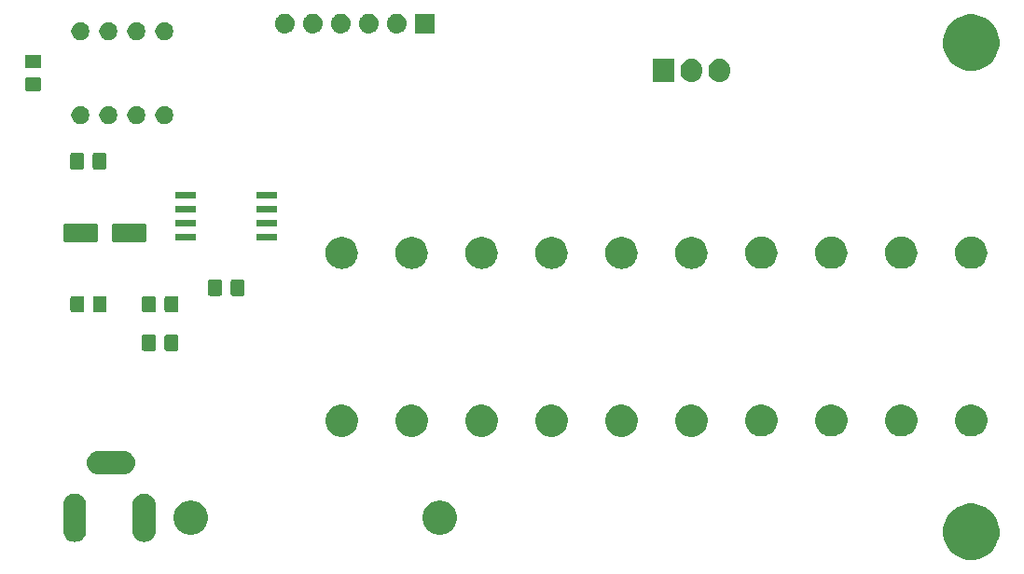
<source format=gts>
G04 #@! TF.GenerationSoftware,KiCad,Pcbnew,(5.0.2)-1*
G04 #@! TF.CreationDate,2019-02-19T19:48:52+01:00*
G04 #@! TF.ProjectId,rload,726c6f61-642e-46b6-9963-61645f706362,rev?*
G04 #@! TF.SameCoordinates,Original*
G04 #@! TF.FileFunction,Soldermask,Top*
G04 #@! TF.FilePolarity,Negative*
%FSLAX46Y46*%
G04 Gerber Fmt 4.6, Leading zero omitted, Abs format (unit mm)*
G04 Created by KiCad (PCBNEW (5.0.2)-1) date 19.02.2019 19:48:52*
%MOMM*%
%LPD*%
G01*
G04 APERTURE LIST*
%ADD10C,0.100000*%
G04 APERTURE END LIST*
D10*
G36*
X200134096Y-119467033D02*
X200134098Y-119467034D01*
X200134099Y-119467034D01*
X200598352Y-119659333D01*
X200981472Y-119915326D01*
X201016171Y-119938511D01*
X201371489Y-120293829D01*
X201371491Y-120293832D01*
X201650667Y-120711648D01*
X201812525Y-121102410D01*
X201842967Y-121175904D01*
X201941000Y-121668747D01*
X201941000Y-122171253D01*
X201866306Y-122546765D01*
X201842966Y-122664099D01*
X201650667Y-123128352D01*
X201372750Y-123544284D01*
X201371489Y-123546171D01*
X201016171Y-123901489D01*
X201016168Y-123901491D01*
X200598352Y-124180667D01*
X200134099Y-124372966D01*
X200134098Y-124372966D01*
X200134096Y-124372967D01*
X199641253Y-124471000D01*
X199138747Y-124471000D01*
X198645904Y-124372967D01*
X198645902Y-124372966D01*
X198645901Y-124372966D01*
X198181648Y-124180667D01*
X197763832Y-123901491D01*
X197763829Y-123901489D01*
X197408511Y-123546171D01*
X197407250Y-123544284D01*
X197129333Y-123128352D01*
X196937034Y-122664099D01*
X196913695Y-122546765D01*
X196839000Y-122171253D01*
X196839000Y-121668747D01*
X196937033Y-121175904D01*
X196967475Y-121102410D01*
X197129333Y-120711648D01*
X197408509Y-120293832D01*
X197408511Y-120293829D01*
X197763829Y-119938511D01*
X197798528Y-119915326D01*
X198181648Y-119659333D01*
X198645901Y-119467034D01*
X198645902Y-119467034D01*
X198645904Y-119467033D01*
X199138747Y-119369000D01*
X199641253Y-119369000D01*
X200134096Y-119467033D01*
X200134096Y-119467033D01*
G37*
G36*
X118196032Y-118464207D02*
X118394146Y-118524305D01*
X118576729Y-118621897D01*
X118736765Y-118753235D01*
X118868103Y-118913271D01*
X118965695Y-119095854D01*
X119025793Y-119293968D01*
X119041000Y-119448370D01*
X119041000Y-121851630D01*
X119025793Y-122006032D01*
X118965695Y-122204146D01*
X118868103Y-122386729D01*
X118868101Y-122386731D01*
X118736768Y-122546762D01*
X118736766Y-122546763D01*
X118736765Y-122546765D01*
X118576729Y-122678103D01*
X118394145Y-122775695D01*
X118196031Y-122835793D01*
X117990000Y-122856085D01*
X117783968Y-122835793D01*
X117585854Y-122775695D01*
X117403271Y-122678103D01*
X117339257Y-122625568D01*
X117243238Y-122546768D01*
X117243237Y-122546766D01*
X117243235Y-122546765D01*
X117111897Y-122386729D01*
X117014305Y-122204145D01*
X116954207Y-122006031D01*
X116939000Y-121851629D01*
X116939001Y-119448370D01*
X116954208Y-119293968D01*
X117014306Y-119095854D01*
X117111898Y-118913271D01*
X117243236Y-118753235D01*
X117403272Y-118621897D01*
X117585855Y-118524305D01*
X117783969Y-118464207D01*
X117990000Y-118443915D01*
X118196032Y-118464207D01*
X118196032Y-118464207D01*
G37*
G36*
X124496031Y-118464207D02*
X124694145Y-118524305D01*
X124876729Y-118621897D01*
X125036765Y-118753235D01*
X125036766Y-118753237D01*
X125036768Y-118753238D01*
X125115568Y-118849257D01*
X125168103Y-118913271D01*
X125265695Y-119095854D01*
X125325793Y-119293968D01*
X125341000Y-119448370D01*
X125341000Y-121851630D01*
X125325793Y-122006032D01*
X125265695Y-122204146D01*
X125168103Y-122386729D01*
X125036765Y-122546765D01*
X124876729Y-122678103D01*
X124694146Y-122775695D01*
X124496032Y-122835793D01*
X124290000Y-122856085D01*
X124083969Y-122835793D01*
X123885855Y-122775695D01*
X123703272Y-122678103D01*
X123543236Y-122546765D01*
X123411898Y-122386729D01*
X123314306Y-122204146D01*
X123254208Y-122006032D01*
X123239001Y-121851630D01*
X123239000Y-119448371D01*
X123254207Y-119293969D01*
X123314305Y-119095855D01*
X123411897Y-118913271D01*
X123543235Y-118753235D01*
X123543237Y-118753234D01*
X123543238Y-118753232D01*
X123703269Y-118621899D01*
X123703271Y-118621897D01*
X123885854Y-118524305D01*
X124083968Y-118464207D01*
X124290000Y-118443915D01*
X124496031Y-118464207D01*
X124496031Y-118464207D01*
G37*
G36*
X128882527Y-119138736D02*
X128982410Y-119158604D01*
X129264674Y-119275521D01*
X129518705Y-119445259D01*
X129734741Y-119661295D01*
X129904479Y-119915326D01*
X130021396Y-120197590D01*
X130081000Y-120497240D01*
X130081000Y-120802760D01*
X130021396Y-121102410D01*
X129904479Y-121384674D01*
X129734741Y-121638705D01*
X129518705Y-121854741D01*
X129264674Y-122024479D01*
X128982410Y-122141396D01*
X128882527Y-122161264D01*
X128682762Y-122201000D01*
X128377238Y-122201000D01*
X128177473Y-122161264D01*
X128077590Y-122141396D01*
X127795326Y-122024479D01*
X127541295Y-121854741D01*
X127325259Y-121638705D01*
X127155521Y-121384674D01*
X127038604Y-121102410D01*
X126979000Y-120802760D01*
X126979000Y-120497240D01*
X127038604Y-120197590D01*
X127155521Y-119915326D01*
X127325259Y-119661295D01*
X127541295Y-119445259D01*
X127795326Y-119275521D01*
X128077590Y-119158604D01*
X128177473Y-119138736D01*
X128377238Y-119099000D01*
X128682762Y-119099000D01*
X128882527Y-119138736D01*
X128882527Y-119138736D01*
G37*
G36*
X151482527Y-119138736D02*
X151582410Y-119158604D01*
X151864674Y-119275521D01*
X152118705Y-119445259D01*
X152334741Y-119661295D01*
X152504479Y-119915326D01*
X152621396Y-120197590D01*
X152681000Y-120497240D01*
X152681000Y-120802760D01*
X152621396Y-121102410D01*
X152504479Y-121384674D01*
X152334741Y-121638705D01*
X152118705Y-121854741D01*
X151864674Y-122024479D01*
X151582410Y-122141396D01*
X151482527Y-122161264D01*
X151282762Y-122201000D01*
X150977238Y-122201000D01*
X150777473Y-122161264D01*
X150677590Y-122141396D01*
X150395326Y-122024479D01*
X150141295Y-121854741D01*
X149925259Y-121638705D01*
X149755521Y-121384674D01*
X149638604Y-121102410D01*
X149579000Y-120802760D01*
X149579000Y-120497240D01*
X149638604Y-120197590D01*
X149755521Y-119915326D01*
X149925259Y-119661295D01*
X150141295Y-119445259D01*
X150395326Y-119275521D01*
X150677590Y-119158604D01*
X150777473Y-119138736D01*
X150977238Y-119099000D01*
X151282762Y-119099000D01*
X151482527Y-119138736D01*
X151482527Y-119138736D01*
G37*
G36*
X122522510Y-114602041D02*
X122646032Y-114614207D01*
X122844146Y-114674305D01*
X123026729Y-114771897D01*
X123186765Y-114903235D01*
X123318103Y-115063271D01*
X123415695Y-115245854D01*
X123475793Y-115443968D01*
X123496085Y-115650000D01*
X123475793Y-115856032D01*
X123415695Y-116054146D01*
X123318103Y-116236729D01*
X123186765Y-116396765D01*
X123026729Y-116528103D01*
X122844146Y-116625695D01*
X122646032Y-116685793D01*
X122522510Y-116697959D01*
X122491631Y-116701000D01*
X120088369Y-116701000D01*
X120057490Y-116697959D01*
X119933968Y-116685793D01*
X119735854Y-116625695D01*
X119553271Y-116528103D01*
X119393235Y-116396765D01*
X119261897Y-116236729D01*
X119164305Y-116054146D01*
X119104207Y-115856032D01*
X119083915Y-115650000D01*
X119104207Y-115443968D01*
X119164305Y-115245854D01*
X119261897Y-115063271D01*
X119393235Y-114903235D01*
X119553271Y-114771897D01*
X119735854Y-114674305D01*
X119933968Y-114614207D01*
X120057490Y-114602041D01*
X120088369Y-114599000D01*
X122491631Y-114599000D01*
X122522510Y-114602041D01*
X122522510Y-114602041D01*
G37*
G36*
X168056410Y-110436446D02*
X168056412Y-110436447D01*
X168056413Y-110436447D01*
X168320478Y-110545826D01*
X168320479Y-110545827D01*
X168558134Y-110704623D01*
X168760235Y-110906724D01*
X168760237Y-110906727D01*
X168919032Y-111144380D01*
X169022612Y-111394445D01*
X169028412Y-111408448D01*
X169084172Y-111688774D01*
X169084172Y-111974598D01*
X169031197Y-112240924D01*
X169028411Y-112254927D01*
X168919032Y-112518992D01*
X168919031Y-112518993D01*
X168760235Y-112756648D01*
X168558134Y-112958749D01*
X168558131Y-112958751D01*
X168320478Y-113117546D01*
X168056413Y-113226925D01*
X168056412Y-113226925D01*
X168056410Y-113226926D01*
X167776084Y-113282686D01*
X167490260Y-113282686D01*
X167209934Y-113226926D01*
X167209932Y-113226925D01*
X167209931Y-113226925D01*
X166945866Y-113117546D01*
X166708213Y-112958751D01*
X166708210Y-112958749D01*
X166506109Y-112756648D01*
X166347313Y-112518993D01*
X166347312Y-112518992D01*
X166237933Y-112254927D01*
X166235148Y-112240924D01*
X166182172Y-111974598D01*
X166182172Y-111688774D01*
X166237932Y-111408448D01*
X166243732Y-111394445D01*
X166347312Y-111144380D01*
X166506107Y-110906727D01*
X166506109Y-110906724D01*
X166708210Y-110704623D01*
X166945865Y-110545827D01*
X166945866Y-110545826D01*
X167209931Y-110436447D01*
X167209932Y-110436447D01*
X167209934Y-110436446D01*
X167490260Y-110380686D01*
X167776084Y-110380686D01*
X168056410Y-110436446D01*
X168056410Y-110436446D01*
G37*
G36*
X174406410Y-110436446D02*
X174406412Y-110436447D01*
X174406413Y-110436447D01*
X174670478Y-110545826D01*
X174670479Y-110545827D01*
X174908134Y-110704623D01*
X175110235Y-110906724D01*
X175110237Y-110906727D01*
X175269032Y-111144380D01*
X175372612Y-111394445D01*
X175378412Y-111408448D01*
X175434172Y-111688774D01*
X175434172Y-111974598D01*
X175381197Y-112240924D01*
X175378411Y-112254927D01*
X175269032Y-112518992D01*
X175269031Y-112518993D01*
X175110235Y-112756648D01*
X174908134Y-112958749D01*
X174908131Y-112958751D01*
X174670478Y-113117546D01*
X174406413Y-113226925D01*
X174406412Y-113226925D01*
X174406410Y-113226926D01*
X174126084Y-113282686D01*
X173840260Y-113282686D01*
X173559934Y-113226926D01*
X173559932Y-113226925D01*
X173559931Y-113226925D01*
X173295866Y-113117546D01*
X173058213Y-112958751D01*
X173058210Y-112958749D01*
X172856109Y-112756648D01*
X172697313Y-112518993D01*
X172697312Y-112518992D01*
X172587933Y-112254927D01*
X172585148Y-112240924D01*
X172532172Y-111974598D01*
X172532172Y-111688774D01*
X172587932Y-111408448D01*
X172593732Y-111394445D01*
X172697312Y-111144380D01*
X172856107Y-110906727D01*
X172856109Y-110906724D01*
X173058210Y-110704623D01*
X173295865Y-110545827D01*
X173295866Y-110545826D01*
X173559931Y-110436447D01*
X173559932Y-110436447D01*
X173559934Y-110436446D01*
X173840260Y-110380686D01*
X174126084Y-110380686D01*
X174406410Y-110436446D01*
X174406410Y-110436446D01*
G37*
G36*
X161706410Y-110436446D02*
X161706412Y-110436447D01*
X161706413Y-110436447D01*
X161970478Y-110545826D01*
X161970479Y-110545827D01*
X162208134Y-110704623D01*
X162410235Y-110906724D01*
X162410237Y-110906727D01*
X162569032Y-111144380D01*
X162672612Y-111394445D01*
X162678412Y-111408448D01*
X162734172Y-111688774D01*
X162734172Y-111974598D01*
X162681197Y-112240924D01*
X162678411Y-112254927D01*
X162569032Y-112518992D01*
X162569031Y-112518993D01*
X162410235Y-112756648D01*
X162208134Y-112958749D01*
X162208131Y-112958751D01*
X161970478Y-113117546D01*
X161706413Y-113226925D01*
X161706412Y-113226925D01*
X161706410Y-113226926D01*
X161426084Y-113282686D01*
X161140260Y-113282686D01*
X160859934Y-113226926D01*
X160859932Y-113226925D01*
X160859931Y-113226925D01*
X160595866Y-113117546D01*
X160358213Y-112958751D01*
X160358210Y-112958749D01*
X160156109Y-112756648D01*
X159997313Y-112518993D01*
X159997312Y-112518992D01*
X159887933Y-112254927D01*
X159885148Y-112240924D01*
X159832172Y-111974598D01*
X159832172Y-111688774D01*
X159887932Y-111408448D01*
X159893732Y-111394445D01*
X159997312Y-111144380D01*
X160156107Y-110906727D01*
X160156109Y-110906724D01*
X160358210Y-110704623D01*
X160595865Y-110545827D01*
X160595866Y-110545826D01*
X160859931Y-110436447D01*
X160859932Y-110436447D01*
X160859934Y-110436446D01*
X161140260Y-110380686D01*
X161426084Y-110380686D01*
X161706410Y-110436446D01*
X161706410Y-110436446D01*
G37*
G36*
X155356410Y-110436446D02*
X155356412Y-110436447D01*
X155356413Y-110436447D01*
X155620478Y-110545826D01*
X155620479Y-110545827D01*
X155858134Y-110704623D01*
X156060235Y-110906724D01*
X156060237Y-110906727D01*
X156219032Y-111144380D01*
X156322612Y-111394445D01*
X156328412Y-111408448D01*
X156384172Y-111688774D01*
X156384172Y-111974598D01*
X156331197Y-112240924D01*
X156328411Y-112254927D01*
X156219032Y-112518992D01*
X156219031Y-112518993D01*
X156060235Y-112756648D01*
X155858134Y-112958749D01*
X155858131Y-112958751D01*
X155620478Y-113117546D01*
X155356413Y-113226925D01*
X155356412Y-113226925D01*
X155356410Y-113226926D01*
X155076084Y-113282686D01*
X154790260Y-113282686D01*
X154509934Y-113226926D01*
X154509932Y-113226925D01*
X154509931Y-113226925D01*
X154245866Y-113117546D01*
X154008213Y-112958751D01*
X154008210Y-112958749D01*
X153806109Y-112756648D01*
X153647313Y-112518993D01*
X153647312Y-112518992D01*
X153537933Y-112254927D01*
X153535148Y-112240924D01*
X153482172Y-111974598D01*
X153482172Y-111688774D01*
X153537932Y-111408448D01*
X153543732Y-111394445D01*
X153647312Y-111144380D01*
X153806107Y-110906727D01*
X153806109Y-110906724D01*
X154008210Y-110704623D01*
X154245865Y-110545827D01*
X154245866Y-110545826D01*
X154509931Y-110436447D01*
X154509932Y-110436447D01*
X154509934Y-110436446D01*
X154790260Y-110380686D01*
X155076084Y-110380686D01*
X155356410Y-110436446D01*
X155356410Y-110436446D01*
G37*
G36*
X149006410Y-110436446D02*
X149006412Y-110436447D01*
X149006413Y-110436447D01*
X149270478Y-110545826D01*
X149270479Y-110545827D01*
X149508134Y-110704623D01*
X149710235Y-110906724D01*
X149710237Y-110906727D01*
X149869032Y-111144380D01*
X149972612Y-111394445D01*
X149978412Y-111408448D01*
X150034172Y-111688774D01*
X150034172Y-111974598D01*
X149981197Y-112240924D01*
X149978411Y-112254927D01*
X149869032Y-112518992D01*
X149869031Y-112518993D01*
X149710235Y-112756648D01*
X149508134Y-112958749D01*
X149508131Y-112958751D01*
X149270478Y-113117546D01*
X149006413Y-113226925D01*
X149006412Y-113226925D01*
X149006410Y-113226926D01*
X148726084Y-113282686D01*
X148440260Y-113282686D01*
X148159934Y-113226926D01*
X148159932Y-113226925D01*
X148159931Y-113226925D01*
X147895866Y-113117546D01*
X147658213Y-112958751D01*
X147658210Y-112958749D01*
X147456109Y-112756648D01*
X147297313Y-112518993D01*
X147297312Y-112518992D01*
X147187933Y-112254927D01*
X147185148Y-112240924D01*
X147132172Y-111974598D01*
X147132172Y-111688774D01*
X147187932Y-111408448D01*
X147193732Y-111394445D01*
X147297312Y-111144380D01*
X147456107Y-110906727D01*
X147456109Y-110906724D01*
X147658210Y-110704623D01*
X147895865Y-110545827D01*
X147895866Y-110545826D01*
X148159931Y-110436447D01*
X148159932Y-110436447D01*
X148159934Y-110436446D01*
X148440260Y-110380686D01*
X148726084Y-110380686D01*
X149006410Y-110436446D01*
X149006410Y-110436446D01*
G37*
G36*
X142656410Y-110436446D02*
X142656412Y-110436447D01*
X142656413Y-110436447D01*
X142920478Y-110545826D01*
X142920479Y-110545827D01*
X143158134Y-110704623D01*
X143360235Y-110906724D01*
X143360237Y-110906727D01*
X143519032Y-111144380D01*
X143622612Y-111394445D01*
X143628412Y-111408448D01*
X143684172Y-111688774D01*
X143684172Y-111974598D01*
X143631197Y-112240924D01*
X143628411Y-112254927D01*
X143519032Y-112518992D01*
X143519031Y-112518993D01*
X143360235Y-112756648D01*
X143158134Y-112958749D01*
X143158131Y-112958751D01*
X142920478Y-113117546D01*
X142656413Y-113226925D01*
X142656412Y-113226925D01*
X142656410Y-113226926D01*
X142376084Y-113282686D01*
X142090260Y-113282686D01*
X141809934Y-113226926D01*
X141809932Y-113226925D01*
X141809931Y-113226925D01*
X141545866Y-113117546D01*
X141308213Y-112958751D01*
X141308210Y-112958749D01*
X141106109Y-112756648D01*
X140947313Y-112518993D01*
X140947312Y-112518992D01*
X140837933Y-112254927D01*
X140835148Y-112240924D01*
X140782172Y-111974598D01*
X140782172Y-111688774D01*
X140837932Y-111408448D01*
X140843732Y-111394445D01*
X140947312Y-111144380D01*
X141106107Y-110906727D01*
X141106109Y-110906724D01*
X141308210Y-110704623D01*
X141545865Y-110545827D01*
X141545866Y-110545826D01*
X141809931Y-110436447D01*
X141809932Y-110436447D01*
X141809934Y-110436446D01*
X142090260Y-110380686D01*
X142376084Y-110380686D01*
X142656410Y-110436446D01*
X142656410Y-110436446D01*
G37*
G36*
X180756410Y-110422446D02*
X180756412Y-110422447D01*
X180756413Y-110422447D01*
X181020478Y-110531826D01*
X181254926Y-110688480D01*
X181258134Y-110690623D01*
X181460235Y-110892724D01*
X181460237Y-110892727D01*
X181619032Y-111130380D01*
X181728411Y-111394445D01*
X181728412Y-111394448D01*
X181784172Y-111674774D01*
X181784172Y-111960597D01*
X181728411Y-112240927D01*
X181619032Y-112504992D01*
X181462378Y-112739440D01*
X181460235Y-112742648D01*
X181258134Y-112944749D01*
X181258131Y-112944751D01*
X181020478Y-113103546D01*
X180756413Y-113212925D01*
X180756412Y-113212925D01*
X180756410Y-113212926D01*
X180476084Y-113268686D01*
X180190260Y-113268686D01*
X179909934Y-113212926D01*
X179909932Y-113212925D01*
X179909931Y-113212925D01*
X179645866Y-113103546D01*
X179408213Y-112944751D01*
X179408210Y-112944749D01*
X179206109Y-112742648D01*
X179203966Y-112739440D01*
X179047312Y-112504992D01*
X178937933Y-112240927D01*
X178882172Y-111960597D01*
X178882172Y-111674774D01*
X178937932Y-111394448D01*
X178937933Y-111394445D01*
X179047312Y-111130380D01*
X179206107Y-110892727D01*
X179206109Y-110892724D01*
X179408210Y-110690623D01*
X179411418Y-110688480D01*
X179645866Y-110531826D01*
X179909931Y-110422447D01*
X179909932Y-110422447D01*
X179909934Y-110422446D01*
X180190260Y-110366686D01*
X180476084Y-110366686D01*
X180756410Y-110422446D01*
X180756410Y-110422446D01*
G37*
G36*
X187106410Y-110422446D02*
X187106412Y-110422447D01*
X187106413Y-110422447D01*
X187370478Y-110531826D01*
X187604926Y-110688480D01*
X187608134Y-110690623D01*
X187810235Y-110892724D01*
X187810237Y-110892727D01*
X187969032Y-111130380D01*
X188078411Y-111394445D01*
X188078412Y-111394448D01*
X188134172Y-111674774D01*
X188134172Y-111960597D01*
X188078411Y-112240927D01*
X187969032Y-112504992D01*
X187812378Y-112739440D01*
X187810235Y-112742648D01*
X187608134Y-112944749D01*
X187608131Y-112944751D01*
X187370478Y-113103546D01*
X187106413Y-113212925D01*
X187106412Y-113212925D01*
X187106410Y-113212926D01*
X186826084Y-113268686D01*
X186540260Y-113268686D01*
X186259934Y-113212926D01*
X186259932Y-113212925D01*
X186259931Y-113212925D01*
X185995866Y-113103546D01*
X185758213Y-112944751D01*
X185758210Y-112944749D01*
X185556109Y-112742648D01*
X185553966Y-112739440D01*
X185397312Y-112504992D01*
X185287933Y-112240927D01*
X185232172Y-111960597D01*
X185232172Y-111674774D01*
X185287932Y-111394448D01*
X185287933Y-111394445D01*
X185397312Y-111130380D01*
X185556107Y-110892727D01*
X185556109Y-110892724D01*
X185758210Y-110690623D01*
X185761418Y-110688480D01*
X185995866Y-110531826D01*
X186259931Y-110422447D01*
X186259932Y-110422447D01*
X186259934Y-110422446D01*
X186540260Y-110366686D01*
X186826084Y-110366686D01*
X187106410Y-110422446D01*
X187106410Y-110422446D01*
G37*
G36*
X193456410Y-110422446D02*
X193456412Y-110422447D01*
X193456413Y-110422447D01*
X193720478Y-110531826D01*
X193954926Y-110688480D01*
X193958134Y-110690623D01*
X194160235Y-110892724D01*
X194160237Y-110892727D01*
X194319032Y-111130380D01*
X194428411Y-111394445D01*
X194428412Y-111394448D01*
X194484172Y-111674774D01*
X194484172Y-111960597D01*
X194428411Y-112240927D01*
X194319032Y-112504992D01*
X194162378Y-112739440D01*
X194160235Y-112742648D01*
X193958134Y-112944749D01*
X193958131Y-112944751D01*
X193720478Y-113103546D01*
X193456413Y-113212925D01*
X193456412Y-113212925D01*
X193456410Y-113212926D01*
X193176084Y-113268686D01*
X192890260Y-113268686D01*
X192609934Y-113212926D01*
X192609932Y-113212925D01*
X192609931Y-113212925D01*
X192345866Y-113103546D01*
X192108213Y-112944751D01*
X192108210Y-112944749D01*
X191906109Y-112742648D01*
X191903966Y-112739440D01*
X191747312Y-112504992D01*
X191637933Y-112240927D01*
X191582172Y-111960597D01*
X191582172Y-111674774D01*
X191637932Y-111394448D01*
X191637933Y-111394445D01*
X191747312Y-111130380D01*
X191906107Y-110892727D01*
X191906109Y-110892724D01*
X192108210Y-110690623D01*
X192111418Y-110688480D01*
X192345866Y-110531826D01*
X192609931Y-110422447D01*
X192609932Y-110422447D01*
X192609934Y-110422446D01*
X192890260Y-110366686D01*
X193176084Y-110366686D01*
X193456410Y-110422446D01*
X193456410Y-110422446D01*
G37*
G36*
X199806410Y-110422446D02*
X199806412Y-110422447D01*
X199806413Y-110422447D01*
X200070478Y-110531826D01*
X200304926Y-110688480D01*
X200308134Y-110690623D01*
X200510235Y-110892724D01*
X200510237Y-110892727D01*
X200669032Y-111130380D01*
X200778411Y-111394445D01*
X200778412Y-111394448D01*
X200834172Y-111674774D01*
X200834172Y-111960597D01*
X200778411Y-112240927D01*
X200669032Y-112504992D01*
X200512378Y-112739440D01*
X200510235Y-112742648D01*
X200308134Y-112944749D01*
X200308131Y-112944751D01*
X200070478Y-113103546D01*
X199806413Y-113212925D01*
X199806412Y-113212925D01*
X199806410Y-113212926D01*
X199526084Y-113268686D01*
X199240260Y-113268686D01*
X198959934Y-113212926D01*
X198959932Y-113212925D01*
X198959931Y-113212925D01*
X198695866Y-113103546D01*
X198458213Y-112944751D01*
X198458210Y-112944749D01*
X198256109Y-112742648D01*
X198253966Y-112739440D01*
X198097312Y-112504992D01*
X197987933Y-112240927D01*
X197932172Y-111960597D01*
X197932172Y-111674774D01*
X197987932Y-111394448D01*
X197987933Y-111394445D01*
X198097312Y-111130380D01*
X198256107Y-110892727D01*
X198256109Y-110892724D01*
X198458210Y-110690623D01*
X198461418Y-110688480D01*
X198695866Y-110531826D01*
X198959931Y-110422447D01*
X198959932Y-110422447D01*
X198959934Y-110422446D01*
X199240260Y-110366686D01*
X199526084Y-110366686D01*
X199806410Y-110422446D01*
X199806410Y-110422446D01*
G37*
G36*
X127243677Y-104003465D02*
X127281364Y-104014898D01*
X127316103Y-104033466D01*
X127346548Y-104058452D01*
X127371534Y-104088897D01*
X127390102Y-104123636D01*
X127401535Y-104161323D01*
X127406000Y-104206661D01*
X127406000Y-105293339D01*
X127401535Y-105338677D01*
X127390102Y-105376364D01*
X127371534Y-105411103D01*
X127346548Y-105441548D01*
X127316103Y-105466534D01*
X127281364Y-105485102D01*
X127243677Y-105496535D01*
X127198339Y-105501000D01*
X126361661Y-105501000D01*
X126316323Y-105496535D01*
X126278636Y-105485102D01*
X126243897Y-105466534D01*
X126213452Y-105441548D01*
X126188466Y-105411103D01*
X126169898Y-105376364D01*
X126158465Y-105338677D01*
X126154000Y-105293339D01*
X126154000Y-104206661D01*
X126158465Y-104161323D01*
X126169898Y-104123636D01*
X126188466Y-104088897D01*
X126213452Y-104058452D01*
X126243897Y-104033466D01*
X126278636Y-104014898D01*
X126316323Y-104003465D01*
X126361661Y-103999000D01*
X127198339Y-103999000D01*
X127243677Y-104003465D01*
X127243677Y-104003465D01*
G37*
G36*
X125193677Y-104003465D02*
X125231364Y-104014898D01*
X125266103Y-104033466D01*
X125296548Y-104058452D01*
X125321534Y-104088897D01*
X125340102Y-104123636D01*
X125351535Y-104161323D01*
X125356000Y-104206661D01*
X125356000Y-105293339D01*
X125351535Y-105338677D01*
X125340102Y-105376364D01*
X125321534Y-105411103D01*
X125296548Y-105441548D01*
X125266103Y-105466534D01*
X125231364Y-105485102D01*
X125193677Y-105496535D01*
X125148339Y-105501000D01*
X124311661Y-105501000D01*
X124266323Y-105496535D01*
X124228636Y-105485102D01*
X124193897Y-105466534D01*
X124163452Y-105441548D01*
X124138466Y-105411103D01*
X124119898Y-105376364D01*
X124108465Y-105338677D01*
X124104000Y-105293339D01*
X124104000Y-104206661D01*
X124108465Y-104161323D01*
X124119898Y-104123636D01*
X124138466Y-104088897D01*
X124163452Y-104058452D01*
X124193897Y-104033466D01*
X124228636Y-104014898D01*
X124266323Y-104003465D01*
X124311661Y-103999000D01*
X125148339Y-103999000D01*
X125193677Y-104003465D01*
X125193677Y-104003465D01*
G37*
G36*
X120743677Y-100503465D02*
X120781364Y-100514898D01*
X120816103Y-100533466D01*
X120846548Y-100558452D01*
X120871534Y-100588897D01*
X120890102Y-100623636D01*
X120901535Y-100661323D01*
X120906000Y-100706661D01*
X120906000Y-101793339D01*
X120901535Y-101838677D01*
X120890102Y-101876364D01*
X120871534Y-101911103D01*
X120846548Y-101941548D01*
X120816103Y-101966534D01*
X120781364Y-101985102D01*
X120743677Y-101996535D01*
X120698339Y-102001000D01*
X119861661Y-102001000D01*
X119816323Y-101996535D01*
X119778636Y-101985102D01*
X119743897Y-101966534D01*
X119713452Y-101941548D01*
X119688466Y-101911103D01*
X119669898Y-101876364D01*
X119658465Y-101838677D01*
X119654000Y-101793339D01*
X119654000Y-100706661D01*
X119658465Y-100661323D01*
X119669898Y-100623636D01*
X119688466Y-100588897D01*
X119713452Y-100558452D01*
X119743897Y-100533466D01*
X119778636Y-100514898D01*
X119816323Y-100503465D01*
X119861661Y-100499000D01*
X120698339Y-100499000D01*
X120743677Y-100503465D01*
X120743677Y-100503465D01*
G37*
G36*
X127243677Y-100503465D02*
X127281364Y-100514898D01*
X127316103Y-100533466D01*
X127346548Y-100558452D01*
X127371534Y-100588897D01*
X127390102Y-100623636D01*
X127401535Y-100661323D01*
X127406000Y-100706661D01*
X127406000Y-101793339D01*
X127401535Y-101838677D01*
X127390102Y-101876364D01*
X127371534Y-101911103D01*
X127346548Y-101941548D01*
X127316103Y-101966534D01*
X127281364Y-101985102D01*
X127243677Y-101996535D01*
X127198339Y-102001000D01*
X126361661Y-102001000D01*
X126316323Y-101996535D01*
X126278636Y-101985102D01*
X126243897Y-101966534D01*
X126213452Y-101941548D01*
X126188466Y-101911103D01*
X126169898Y-101876364D01*
X126158465Y-101838677D01*
X126154000Y-101793339D01*
X126154000Y-100706661D01*
X126158465Y-100661323D01*
X126169898Y-100623636D01*
X126188466Y-100588897D01*
X126213452Y-100558452D01*
X126243897Y-100533466D01*
X126278636Y-100514898D01*
X126316323Y-100503465D01*
X126361661Y-100499000D01*
X127198339Y-100499000D01*
X127243677Y-100503465D01*
X127243677Y-100503465D01*
G37*
G36*
X125193677Y-100503465D02*
X125231364Y-100514898D01*
X125266103Y-100533466D01*
X125296548Y-100558452D01*
X125321534Y-100588897D01*
X125340102Y-100623636D01*
X125351535Y-100661323D01*
X125356000Y-100706661D01*
X125356000Y-101793339D01*
X125351535Y-101838677D01*
X125340102Y-101876364D01*
X125321534Y-101911103D01*
X125296548Y-101941548D01*
X125266103Y-101966534D01*
X125231364Y-101985102D01*
X125193677Y-101996535D01*
X125148339Y-102001000D01*
X124311661Y-102001000D01*
X124266323Y-101996535D01*
X124228636Y-101985102D01*
X124193897Y-101966534D01*
X124163452Y-101941548D01*
X124138466Y-101911103D01*
X124119898Y-101876364D01*
X124108465Y-101838677D01*
X124104000Y-101793339D01*
X124104000Y-100706661D01*
X124108465Y-100661323D01*
X124119898Y-100623636D01*
X124138466Y-100588897D01*
X124163452Y-100558452D01*
X124193897Y-100533466D01*
X124228636Y-100514898D01*
X124266323Y-100503465D01*
X124311661Y-100499000D01*
X125148339Y-100499000D01*
X125193677Y-100503465D01*
X125193677Y-100503465D01*
G37*
G36*
X118693677Y-100503465D02*
X118731364Y-100514898D01*
X118766103Y-100533466D01*
X118796548Y-100558452D01*
X118821534Y-100588897D01*
X118840102Y-100623636D01*
X118851535Y-100661323D01*
X118856000Y-100706661D01*
X118856000Y-101793339D01*
X118851535Y-101838677D01*
X118840102Y-101876364D01*
X118821534Y-101911103D01*
X118796548Y-101941548D01*
X118766103Y-101966534D01*
X118731364Y-101985102D01*
X118693677Y-101996535D01*
X118648339Y-102001000D01*
X117811661Y-102001000D01*
X117766323Y-101996535D01*
X117728636Y-101985102D01*
X117693897Y-101966534D01*
X117663452Y-101941548D01*
X117638466Y-101911103D01*
X117619898Y-101876364D01*
X117608465Y-101838677D01*
X117604000Y-101793339D01*
X117604000Y-100706661D01*
X117608465Y-100661323D01*
X117619898Y-100623636D01*
X117638466Y-100588897D01*
X117663452Y-100558452D01*
X117693897Y-100533466D01*
X117728636Y-100514898D01*
X117766323Y-100503465D01*
X117811661Y-100499000D01*
X118648339Y-100499000D01*
X118693677Y-100503465D01*
X118693677Y-100503465D01*
G37*
G36*
X131193677Y-99003465D02*
X131231364Y-99014898D01*
X131266103Y-99033466D01*
X131296548Y-99058452D01*
X131321534Y-99088897D01*
X131340102Y-99123636D01*
X131351535Y-99161323D01*
X131356000Y-99206661D01*
X131356000Y-100293339D01*
X131351535Y-100338677D01*
X131340102Y-100376364D01*
X131321534Y-100411103D01*
X131296548Y-100441548D01*
X131266103Y-100466534D01*
X131231364Y-100485102D01*
X131193677Y-100496535D01*
X131148339Y-100501000D01*
X130311661Y-100501000D01*
X130266323Y-100496535D01*
X130228636Y-100485102D01*
X130193897Y-100466534D01*
X130163452Y-100441548D01*
X130138466Y-100411103D01*
X130119898Y-100376364D01*
X130108465Y-100338677D01*
X130104000Y-100293339D01*
X130104000Y-99206661D01*
X130108465Y-99161323D01*
X130119898Y-99123636D01*
X130138466Y-99088897D01*
X130163452Y-99058452D01*
X130193897Y-99033466D01*
X130228636Y-99014898D01*
X130266323Y-99003465D01*
X130311661Y-98999000D01*
X131148339Y-98999000D01*
X131193677Y-99003465D01*
X131193677Y-99003465D01*
G37*
G36*
X133243677Y-99003465D02*
X133281364Y-99014898D01*
X133316103Y-99033466D01*
X133346548Y-99058452D01*
X133371534Y-99088897D01*
X133390102Y-99123636D01*
X133401535Y-99161323D01*
X133406000Y-99206661D01*
X133406000Y-100293339D01*
X133401535Y-100338677D01*
X133390102Y-100376364D01*
X133371534Y-100411103D01*
X133346548Y-100441548D01*
X133316103Y-100466534D01*
X133281364Y-100485102D01*
X133243677Y-100496535D01*
X133198339Y-100501000D01*
X132361661Y-100501000D01*
X132316323Y-100496535D01*
X132278636Y-100485102D01*
X132243897Y-100466534D01*
X132213452Y-100441548D01*
X132188466Y-100411103D01*
X132169898Y-100376364D01*
X132158465Y-100338677D01*
X132154000Y-100293339D01*
X132154000Y-99206661D01*
X132158465Y-99161323D01*
X132169898Y-99123636D01*
X132188466Y-99088897D01*
X132213452Y-99058452D01*
X132243897Y-99033466D01*
X132278636Y-99014898D01*
X132316323Y-99003465D01*
X132361661Y-98999000D01*
X133198339Y-98999000D01*
X133243677Y-99003465D01*
X133243677Y-99003465D01*
G37*
G36*
X161425471Y-95147681D02*
X161567618Y-95161681D01*
X161749961Y-95216994D01*
X161841133Y-95244651D01*
X161975869Y-95316670D01*
X162093205Y-95379387D01*
X162314148Y-95560710D01*
X162483982Y-95767653D01*
X162495470Y-95781652D01*
X162630207Y-96033725D01*
X162630207Y-96033726D01*
X162713177Y-96307240D01*
X162741192Y-96591686D01*
X162713177Y-96876132D01*
X162657864Y-97058475D01*
X162630207Y-97149647D01*
X162558188Y-97284383D01*
X162495471Y-97401719D01*
X162314148Y-97622662D01*
X162093205Y-97803985D01*
X161975869Y-97866702D01*
X161841133Y-97938721D01*
X161749961Y-97966378D01*
X161567618Y-98021691D01*
X161496595Y-98028686D01*
X161354450Y-98042686D01*
X161211894Y-98042686D01*
X161069749Y-98028686D01*
X160998726Y-98021691D01*
X160816383Y-97966378D01*
X160725211Y-97938721D01*
X160590475Y-97866702D01*
X160473139Y-97803985D01*
X160252196Y-97622662D01*
X160070873Y-97401719D01*
X160008156Y-97284383D01*
X159936137Y-97149647D01*
X159908480Y-97058475D01*
X159853167Y-96876132D01*
X159825152Y-96591686D01*
X159853167Y-96307240D01*
X159936137Y-96033726D01*
X159936137Y-96033725D01*
X160070874Y-95781652D01*
X160082363Y-95767653D01*
X160252196Y-95560710D01*
X160473139Y-95379387D01*
X160590475Y-95316670D01*
X160725211Y-95244651D01*
X160816383Y-95216994D01*
X160998726Y-95161681D01*
X161140873Y-95147681D01*
X161211894Y-95140686D01*
X161354450Y-95140686D01*
X161425471Y-95147681D01*
X161425471Y-95147681D01*
G37*
G36*
X148725471Y-95147681D02*
X148867618Y-95161681D01*
X149049961Y-95216994D01*
X149141133Y-95244651D01*
X149275869Y-95316670D01*
X149393205Y-95379387D01*
X149614148Y-95560710D01*
X149783982Y-95767653D01*
X149795470Y-95781652D01*
X149930207Y-96033725D01*
X149930207Y-96033726D01*
X150013177Y-96307240D01*
X150041192Y-96591686D01*
X150013177Y-96876132D01*
X149957864Y-97058475D01*
X149930207Y-97149647D01*
X149858188Y-97284383D01*
X149795471Y-97401719D01*
X149614148Y-97622662D01*
X149393205Y-97803985D01*
X149275869Y-97866702D01*
X149141133Y-97938721D01*
X149049961Y-97966378D01*
X148867618Y-98021691D01*
X148796595Y-98028686D01*
X148654450Y-98042686D01*
X148511894Y-98042686D01*
X148369749Y-98028686D01*
X148298726Y-98021691D01*
X148116383Y-97966378D01*
X148025211Y-97938721D01*
X147890475Y-97866702D01*
X147773139Y-97803985D01*
X147552196Y-97622662D01*
X147370873Y-97401719D01*
X147308156Y-97284383D01*
X147236137Y-97149647D01*
X147208480Y-97058475D01*
X147153167Y-96876132D01*
X147125152Y-96591686D01*
X147153167Y-96307240D01*
X147236137Y-96033726D01*
X147236137Y-96033725D01*
X147370874Y-95781652D01*
X147382363Y-95767653D01*
X147552196Y-95560710D01*
X147773139Y-95379387D01*
X147890475Y-95316670D01*
X148025211Y-95244651D01*
X148116383Y-95216994D01*
X148298726Y-95161681D01*
X148440873Y-95147681D01*
X148511894Y-95140686D01*
X148654450Y-95140686D01*
X148725471Y-95147681D01*
X148725471Y-95147681D01*
G37*
G36*
X155075471Y-95147681D02*
X155217618Y-95161681D01*
X155399961Y-95216994D01*
X155491133Y-95244651D01*
X155625869Y-95316670D01*
X155743205Y-95379387D01*
X155964148Y-95560710D01*
X156133982Y-95767653D01*
X156145470Y-95781652D01*
X156280207Y-96033725D01*
X156280207Y-96033726D01*
X156363177Y-96307240D01*
X156391192Y-96591686D01*
X156363177Y-96876132D01*
X156307864Y-97058475D01*
X156280207Y-97149647D01*
X156208188Y-97284383D01*
X156145471Y-97401719D01*
X155964148Y-97622662D01*
X155743205Y-97803985D01*
X155625869Y-97866702D01*
X155491133Y-97938721D01*
X155399961Y-97966378D01*
X155217618Y-98021691D01*
X155146595Y-98028686D01*
X155004450Y-98042686D01*
X154861894Y-98042686D01*
X154719749Y-98028686D01*
X154648726Y-98021691D01*
X154466383Y-97966378D01*
X154375211Y-97938721D01*
X154240475Y-97866702D01*
X154123139Y-97803985D01*
X153902196Y-97622662D01*
X153720873Y-97401719D01*
X153658156Y-97284383D01*
X153586137Y-97149647D01*
X153558480Y-97058475D01*
X153503167Y-96876132D01*
X153475152Y-96591686D01*
X153503167Y-96307240D01*
X153586137Y-96033726D01*
X153586137Y-96033725D01*
X153720874Y-95781652D01*
X153732363Y-95767653D01*
X153902196Y-95560710D01*
X154123139Y-95379387D01*
X154240475Y-95316670D01*
X154375211Y-95244651D01*
X154466383Y-95216994D01*
X154648726Y-95161681D01*
X154790873Y-95147681D01*
X154861894Y-95140686D01*
X155004450Y-95140686D01*
X155075471Y-95147681D01*
X155075471Y-95147681D01*
G37*
G36*
X142375471Y-95147681D02*
X142517618Y-95161681D01*
X142699961Y-95216994D01*
X142791133Y-95244651D01*
X142925869Y-95316670D01*
X143043205Y-95379387D01*
X143264148Y-95560710D01*
X143433982Y-95767653D01*
X143445470Y-95781652D01*
X143580207Y-96033725D01*
X143580207Y-96033726D01*
X143663177Y-96307240D01*
X143691192Y-96591686D01*
X143663177Y-96876132D01*
X143607864Y-97058475D01*
X143580207Y-97149647D01*
X143508188Y-97284383D01*
X143445471Y-97401719D01*
X143264148Y-97622662D01*
X143043205Y-97803985D01*
X142925869Y-97866702D01*
X142791133Y-97938721D01*
X142699961Y-97966378D01*
X142517618Y-98021691D01*
X142446595Y-98028686D01*
X142304450Y-98042686D01*
X142161894Y-98042686D01*
X142019749Y-98028686D01*
X141948726Y-98021691D01*
X141766383Y-97966378D01*
X141675211Y-97938721D01*
X141540475Y-97866702D01*
X141423139Y-97803985D01*
X141202196Y-97622662D01*
X141020873Y-97401719D01*
X140958156Y-97284383D01*
X140886137Y-97149647D01*
X140858480Y-97058475D01*
X140803167Y-96876132D01*
X140775152Y-96591686D01*
X140803167Y-96307240D01*
X140886137Y-96033726D01*
X140886137Y-96033725D01*
X141020874Y-95781652D01*
X141032363Y-95767653D01*
X141202196Y-95560710D01*
X141423139Y-95379387D01*
X141540475Y-95316670D01*
X141675211Y-95244651D01*
X141766383Y-95216994D01*
X141948726Y-95161681D01*
X142090873Y-95147681D01*
X142161894Y-95140686D01*
X142304450Y-95140686D01*
X142375471Y-95147681D01*
X142375471Y-95147681D01*
G37*
G36*
X167775471Y-95147681D02*
X167917618Y-95161681D01*
X168099961Y-95216994D01*
X168191133Y-95244651D01*
X168325869Y-95316670D01*
X168443205Y-95379387D01*
X168664148Y-95560710D01*
X168833982Y-95767653D01*
X168845470Y-95781652D01*
X168980207Y-96033725D01*
X168980207Y-96033726D01*
X169063177Y-96307240D01*
X169091192Y-96591686D01*
X169063177Y-96876132D01*
X169007864Y-97058475D01*
X168980207Y-97149647D01*
X168908188Y-97284383D01*
X168845471Y-97401719D01*
X168664148Y-97622662D01*
X168443205Y-97803985D01*
X168325869Y-97866702D01*
X168191133Y-97938721D01*
X168099961Y-97966378D01*
X167917618Y-98021691D01*
X167846595Y-98028686D01*
X167704450Y-98042686D01*
X167561894Y-98042686D01*
X167419749Y-98028686D01*
X167348726Y-98021691D01*
X167166383Y-97966378D01*
X167075211Y-97938721D01*
X166940475Y-97866702D01*
X166823139Y-97803985D01*
X166602196Y-97622662D01*
X166420873Y-97401719D01*
X166358156Y-97284383D01*
X166286137Y-97149647D01*
X166258480Y-97058475D01*
X166203167Y-96876132D01*
X166175152Y-96591686D01*
X166203167Y-96307240D01*
X166286137Y-96033726D01*
X166286137Y-96033725D01*
X166420874Y-95781652D01*
X166432363Y-95767653D01*
X166602196Y-95560710D01*
X166823139Y-95379387D01*
X166940475Y-95316670D01*
X167075211Y-95244651D01*
X167166383Y-95216994D01*
X167348726Y-95161681D01*
X167490873Y-95147681D01*
X167561894Y-95140686D01*
X167704450Y-95140686D01*
X167775471Y-95147681D01*
X167775471Y-95147681D01*
G37*
G36*
X174125471Y-95147681D02*
X174267618Y-95161681D01*
X174449961Y-95216994D01*
X174541133Y-95244651D01*
X174675869Y-95316670D01*
X174793205Y-95379387D01*
X175014148Y-95560710D01*
X175183982Y-95767653D01*
X175195470Y-95781652D01*
X175330207Y-96033725D01*
X175330207Y-96033726D01*
X175413177Y-96307240D01*
X175441192Y-96591686D01*
X175413177Y-96876132D01*
X175357864Y-97058475D01*
X175330207Y-97149647D01*
X175258188Y-97284383D01*
X175195471Y-97401719D01*
X175014148Y-97622662D01*
X174793205Y-97803985D01*
X174675869Y-97866702D01*
X174541133Y-97938721D01*
X174449961Y-97966378D01*
X174267618Y-98021691D01*
X174196595Y-98028686D01*
X174054450Y-98042686D01*
X173911894Y-98042686D01*
X173769749Y-98028686D01*
X173698726Y-98021691D01*
X173516383Y-97966378D01*
X173425211Y-97938721D01*
X173290475Y-97866702D01*
X173173139Y-97803985D01*
X172952196Y-97622662D01*
X172770873Y-97401719D01*
X172708156Y-97284383D01*
X172636137Y-97149647D01*
X172608480Y-97058475D01*
X172553167Y-96876132D01*
X172525152Y-96591686D01*
X172553167Y-96307240D01*
X172636137Y-96033726D01*
X172636137Y-96033725D01*
X172770874Y-95781652D01*
X172782363Y-95767653D01*
X172952196Y-95560710D01*
X173173139Y-95379387D01*
X173290475Y-95316670D01*
X173425211Y-95244651D01*
X173516383Y-95216994D01*
X173698726Y-95161681D01*
X173840873Y-95147681D01*
X173911894Y-95140686D01*
X174054450Y-95140686D01*
X174125471Y-95147681D01*
X174125471Y-95147681D01*
G37*
G36*
X180511033Y-95137183D02*
X180617618Y-95147681D01*
X180799961Y-95202994D01*
X180891133Y-95230651D01*
X181025869Y-95302670D01*
X181143205Y-95365387D01*
X181364148Y-95546710D01*
X181545471Y-95767653D01*
X181552954Y-95781653D01*
X181680207Y-96019725D01*
X181680207Y-96019726D01*
X181763177Y-96293240D01*
X181791192Y-96577686D01*
X181763177Y-96862132D01*
X181758930Y-96876132D01*
X181680207Y-97135647D01*
X181608188Y-97270383D01*
X181545471Y-97387719D01*
X181364148Y-97608662D01*
X181143205Y-97789985D01*
X181025869Y-97852702D01*
X180891133Y-97924721D01*
X180799961Y-97952378D01*
X180617618Y-98007691D01*
X180511033Y-98018189D01*
X180404450Y-98028686D01*
X180261894Y-98028686D01*
X180155311Y-98018188D01*
X180048726Y-98007691D01*
X179866383Y-97952378D01*
X179775211Y-97924721D01*
X179640475Y-97852702D01*
X179523139Y-97789985D01*
X179302196Y-97608662D01*
X179120873Y-97387719D01*
X179058156Y-97270383D01*
X178986137Y-97135647D01*
X178907414Y-96876132D01*
X178903167Y-96862132D01*
X178875152Y-96577686D01*
X178903167Y-96293240D01*
X178986137Y-96019726D01*
X178986137Y-96019725D01*
X179113390Y-95781653D01*
X179120873Y-95767653D01*
X179302196Y-95546710D01*
X179523139Y-95365387D01*
X179640475Y-95302670D01*
X179775211Y-95230651D01*
X179866383Y-95202994D01*
X180048726Y-95147681D01*
X180155311Y-95137183D01*
X180261894Y-95126686D01*
X180404450Y-95126686D01*
X180511033Y-95137183D01*
X180511033Y-95137183D01*
G37*
G36*
X186861033Y-95137183D02*
X186967618Y-95147681D01*
X187149961Y-95202994D01*
X187241133Y-95230651D01*
X187375869Y-95302670D01*
X187493205Y-95365387D01*
X187714148Y-95546710D01*
X187895471Y-95767653D01*
X187902954Y-95781653D01*
X188030207Y-96019725D01*
X188030207Y-96019726D01*
X188113177Y-96293240D01*
X188141192Y-96577686D01*
X188113177Y-96862132D01*
X188108930Y-96876132D01*
X188030207Y-97135647D01*
X187958188Y-97270383D01*
X187895471Y-97387719D01*
X187714148Y-97608662D01*
X187493205Y-97789985D01*
X187375869Y-97852702D01*
X187241133Y-97924721D01*
X187149961Y-97952378D01*
X186967618Y-98007691D01*
X186861033Y-98018189D01*
X186754450Y-98028686D01*
X186611894Y-98028686D01*
X186505311Y-98018188D01*
X186398726Y-98007691D01*
X186216383Y-97952378D01*
X186125211Y-97924721D01*
X185990475Y-97852702D01*
X185873139Y-97789985D01*
X185652196Y-97608662D01*
X185470873Y-97387719D01*
X185408156Y-97270383D01*
X185336137Y-97135647D01*
X185257414Y-96876132D01*
X185253167Y-96862132D01*
X185225152Y-96577686D01*
X185253167Y-96293240D01*
X185336137Y-96019726D01*
X185336137Y-96019725D01*
X185463390Y-95781653D01*
X185470873Y-95767653D01*
X185652196Y-95546710D01*
X185873139Y-95365387D01*
X185990475Y-95302670D01*
X186125211Y-95230651D01*
X186216383Y-95202994D01*
X186398726Y-95147681D01*
X186505311Y-95137183D01*
X186611894Y-95126686D01*
X186754450Y-95126686D01*
X186861033Y-95137183D01*
X186861033Y-95137183D01*
G37*
G36*
X199561033Y-95137183D02*
X199667618Y-95147681D01*
X199849961Y-95202994D01*
X199941133Y-95230651D01*
X200075869Y-95302670D01*
X200193205Y-95365387D01*
X200414148Y-95546710D01*
X200595471Y-95767653D01*
X200602954Y-95781653D01*
X200730207Y-96019725D01*
X200730207Y-96019726D01*
X200813177Y-96293240D01*
X200841192Y-96577686D01*
X200813177Y-96862132D01*
X200808930Y-96876132D01*
X200730207Y-97135647D01*
X200658188Y-97270383D01*
X200595471Y-97387719D01*
X200414148Y-97608662D01*
X200193205Y-97789985D01*
X200075869Y-97852702D01*
X199941133Y-97924721D01*
X199849961Y-97952378D01*
X199667618Y-98007691D01*
X199561033Y-98018189D01*
X199454450Y-98028686D01*
X199311894Y-98028686D01*
X199205311Y-98018188D01*
X199098726Y-98007691D01*
X198916383Y-97952378D01*
X198825211Y-97924721D01*
X198690475Y-97852702D01*
X198573139Y-97789985D01*
X198352196Y-97608662D01*
X198170873Y-97387719D01*
X198108156Y-97270383D01*
X198036137Y-97135647D01*
X197957414Y-96876132D01*
X197953167Y-96862132D01*
X197925152Y-96577686D01*
X197953167Y-96293240D01*
X198036137Y-96019726D01*
X198036137Y-96019725D01*
X198163390Y-95781653D01*
X198170873Y-95767653D01*
X198352196Y-95546710D01*
X198573139Y-95365387D01*
X198690475Y-95302670D01*
X198825211Y-95230651D01*
X198916383Y-95202994D01*
X199098726Y-95147681D01*
X199205311Y-95137183D01*
X199311894Y-95126686D01*
X199454450Y-95126686D01*
X199561033Y-95137183D01*
X199561033Y-95137183D01*
G37*
G36*
X193211033Y-95137183D02*
X193317618Y-95147681D01*
X193499961Y-95202994D01*
X193591133Y-95230651D01*
X193725869Y-95302670D01*
X193843205Y-95365387D01*
X194064148Y-95546710D01*
X194245471Y-95767653D01*
X194252954Y-95781653D01*
X194380207Y-96019725D01*
X194380207Y-96019726D01*
X194463177Y-96293240D01*
X194491192Y-96577686D01*
X194463177Y-96862132D01*
X194458930Y-96876132D01*
X194380207Y-97135647D01*
X194308188Y-97270383D01*
X194245471Y-97387719D01*
X194064148Y-97608662D01*
X193843205Y-97789985D01*
X193725869Y-97852702D01*
X193591133Y-97924721D01*
X193499961Y-97952378D01*
X193317618Y-98007691D01*
X193211033Y-98018189D01*
X193104450Y-98028686D01*
X192961894Y-98028686D01*
X192855311Y-98018188D01*
X192748726Y-98007691D01*
X192566383Y-97952378D01*
X192475211Y-97924721D01*
X192340475Y-97852702D01*
X192223139Y-97789985D01*
X192002196Y-97608662D01*
X191820873Y-97387719D01*
X191758156Y-97270383D01*
X191686137Y-97135647D01*
X191607414Y-96876132D01*
X191603167Y-96862132D01*
X191575152Y-96577686D01*
X191603167Y-96293240D01*
X191686137Y-96019726D01*
X191686137Y-96019725D01*
X191813390Y-95781653D01*
X191820873Y-95767653D01*
X192002196Y-95546710D01*
X192223139Y-95365387D01*
X192340475Y-95302670D01*
X192475211Y-95230651D01*
X192566383Y-95202994D01*
X192748726Y-95147681D01*
X192855311Y-95137183D01*
X192961894Y-95126686D01*
X193104450Y-95126686D01*
X193211033Y-95137183D01*
X193211033Y-95137183D01*
G37*
G36*
X124335996Y-93903051D02*
X124369653Y-93913261D01*
X124400667Y-93929838D01*
X124427852Y-93952148D01*
X124450162Y-93979333D01*
X124466739Y-94010347D01*
X124476949Y-94044004D01*
X124481000Y-94085138D01*
X124481000Y-95414862D01*
X124476949Y-95455996D01*
X124466739Y-95489653D01*
X124450162Y-95520667D01*
X124427852Y-95547852D01*
X124400667Y-95570162D01*
X124369653Y-95586739D01*
X124335996Y-95596949D01*
X124294862Y-95601000D01*
X121565138Y-95601000D01*
X121524004Y-95596949D01*
X121490347Y-95586739D01*
X121459333Y-95570162D01*
X121432148Y-95547852D01*
X121409838Y-95520667D01*
X121393261Y-95489653D01*
X121383051Y-95455996D01*
X121379000Y-95414862D01*
X121379000Y-94085138D01*
X121383051Y-94044004D01*
X121393261Y-94010347D01*
X121409838Y-93979333D01*
X121432148Y-93952148D01*
X121459333Y-93929838D01*
X121490347Y-93913261D01*
X121524004Y-93903051D01*
X121565138Y-93899000D01*
X124294862Y-93899000D01*
X124335996Y-93903051D01*
X124335996Y-93903051D01*
G37*
G36*
X119935996Y-93903051D02*
X119969653Y-93913261D01*
X120000667Y-93929838D01*
X120027852Y-93952148D01*
X120050162Y-93979333D01*
X120066739Y-94010347D01*
X120076949Y-94044004D01*
X120081000Y-94085138D01*
X120081000Y-95414862D01*
X120076949Y-95455996D01*
X120066739Y-95489653D01*
X120050162Y-95520667D01*
X120027852Y-95547852D01*
X120000667Y-95570162D01*
X119969653Y-95586739D01*
X119935996Y-95596949D01*
X119894862Y-95601000D01*
X117165138Y-95601000D01*
X117124004Y-95596949D01*
X117090347Y-95586739D01*
X117059333Y-95570162D01*
X117032148Y-95547852D01*
X117009838Y-95520667D01*
X116993261Y-95489653D01*
X116983051Y-95455996D01*
X116979000Y-95414862D01*
X116979000Y-94085138D01*
X116983051Y-94044004D01*
X116993261Y-94010347D01*
X117009838Y-93979333D01*
X117032148Y-93952148D01*
X117059333Y-93929838D01*
X117090347Y-93913261D01*
X117124004Y-93903051D01*
X117165138Y-93899000D01*
X119894862Y-93899000D01*
X119935996Y-93903051D01*
X119935996Y-93903051D01*
G37*
G36*
X136356000Y-95481000D02*
X134504000Y-95481000D01*
X134504000Y-94829000D01*
X136356000Y-94829000D01*
X136356000Y-95481000D01*
X136356000Y-95481000D01*
G37*
G36*
X128956000Y-95481000D02*
X127104000Y-95481000D01*
X127104000Y-94829000D01*
X128956000Y-94829000D01*
X128956000Y-95481000D01*
X128956000Y-95481000D01*
G37*
G36*
X128956000Y-94211000D02*
X127104000Y-94211000D01*
X127104000Y-93559000D01*
X128956000Y-93559000D01*
X128956000Y-94211000D01*
X128956000Y-94211000D01*
G37*
G36*
X136356000Y-94211000D02*
X134504000Y-94211000D01*
X134504000Y-93559000D01*
X136356000Y-93559000D01*
X136356000Y-94211000D01*
X136356000Y-94211000D01*
G37*
G36*
X128956000Y-92941000D02*
X127104000Y-92941000D01*
X127104000Y-92289000D01*
X128956000Y-92289000D01*
X128956000Y-92941000D01*
X128956000Y-92941000D01*
G37*
G36*
X136356000Y-92941000D02*
X134504000Y-92941000D01*
X134504000Y-92289000D01*
X136356000Y-92289000D01*
X136356000Y-92941000D01*
X136356000Y-92941000D01*
G37*
G36*
X128956000Y-91671000D02*
X127104000Y-91671000D01*
X127104000Y-91019000D01*
X128956000Y-91019000D01*
X128956000Y-91671000D01*
X128956000Y-91671000D01*
G37*
G36*
X136356000Y-91671000D02*
X134504000Y-91671000D01*
X134504000Y-91019000D01*
X136356000Y-91019000D01*
X136356000Y-91671000D01*
X136356000Y-91671000D01*
G37*
G36*
X118668677Y-87503465D02*
X118706364Y-87514898D01*
X118741103Y-87533466D01*
X118771548Y-87558452D01*
X118796534Y-87588897D01*
X118815102Y-87623636D01*
X118826535Y-87661323D01*
X118831000Y-87706661D01*
X118831000Y-88793339D01*
X118826535Y-88838677D01*
X118815102Y-88876364D01*
X118796534Y-88911103D01*
X118771548Y-88941548D01*
X118741103Y-88966534D01*
X118706364Y-88985102D01*
X118668677Y-88996535D01*
X118623339Y-89001000D01*
X117786661Y-89001000D01*
X117741323Y-88996535D01*
X117703636Y-88985102D01*
X117668897Y-88966534D01*
X117638452Y-88941548D01*
X117613466Y-88911103D01*
X117594898Y-88876364D01*
X117583465Y-88838677D01*
X117579000Y-88793339D01*
X117579000Y-87706661D01*
X117583465Y-87661323D01*
X117594898Y-87623636D01*
X117613466Y-87588897D01*
X117638452Y-87558452D01*
X117668897Y-87533466D01*
X117703636Y-87514898D01*
X117741323Y-87503465D01*
X117786661Y-87499000D01*
X118623339Y-87499000D01*
X118668677Y-87503465D01*
X118668677Y-87503465D01*
G37*
G36*
X120718677Y-87503465D02*
X120756364Y-87514898D01*
X120791103Y-87533466D01*
X120821548Y-87558452D01*
X120846534Y-87588897D01*
X120865102Y-87623636D01*
X120876535Y-87661323D01*
X120881000Y-87706661D01*
X120881000Y-88793339D01*
X120876535Y-88838677D01*
X120865102Y-88876364D01*
X120846534Y-88911103D01*
X120821548Y-88941548D01*
X120791103Y-88966534D01*
X120756364Y-88985102D01*
X120718677Y-88996535D01*
X120673339Y-89001000D01*
X119836661Y-89001000D01*
X119791323Y-88996535D01*
X119753636Y-88985102D01*
X119718897Y-88966534D01*
X119688452Y-88941548D01*
X119663466Y-88911103D01*
X119644898Y-88876364D01*
X119633465Y-88838677D01*
X119629000Y-88793339D01*
X119629000Y-87706661D01*
X119633465Y-87661323D01*
X119644898Y-87623636D01*
X119663466Y-87588897D01*
X119688452Y-87558452D01*
X119718897Y-87533466D01*
X119753636Y-87514898D01*
X119791323Y-87503465D01*
X119836661Y-87499000D01*
X120673339Y-87499000D01*
X120718677Y-87503465D01*
X120718677Y-87503465D01*
G37*
G36*
X118737142Y-83278242D02*
X118885102Y-83339530D01*
X119018258Y-83428502D01*
X119131498Y-83541742D01*
X119220470Y-83674898D01*
X119281758Y-83822858D01*
X119313000Y-83979925D01*
X119313000Y-84140075D01*
X119281758Y-84297142D01*
X119220470Y-84445102D01*
X119131498Y-84578258D01*
X119018258Y-84691498D01*
X118885102Y-84780470D01*
X118737142Y-84841758D01*
X118580075Y-84873000D01*
X118419925Y-84873000D01*
X118262858Y-84841758D01*
X118114898Y-84780470D01*
X117981742Y-84691498D01*
X117868502Y-84578258D01*
X117779530Y-84445102D01*
X117718242Y-84297142D01*
X117687000Y-84140075D01*
X117687000Y-83979925D01*
X117718242Y-83822858D01*
X117779530Y-83674898D01*
X117868502Y-83541742D01*
X117981742Y-83428502D01*
X118114898Y-83339530D01*
X118262858Y-83278242D01*
X118419925Y-83247000D01*
X118580075Y-83247000D01*
X118737142Y-83278242D01*
X118737142Y-83278242D01*
G37*
G36*
X121277142Y-83278242D02*
X121425102Y-83339530D01*
X121558258Y-83428502D01*
X121671498Y-83541742D01*
X121760470Y-83674898D01*
X121821758Y-83822858D01*
X121853000Y-83979925D01*
X121853000Y-84140075D01*
X121821758Y-84297142D01*
X121760470Y-84445102D01*
X121671498Y-84578258D01*
X121558258Y-84691498D01*
X121425102Y-84780470D01*
X121277142Y-84841758D01*
X121120075Y-84873000D01*
X120959925Y-84873000D01*
X120802858Y-84841758D01*
X120654898Y-84780470D01*
X120521742Y-84691498D01*
X120408502Y-84578258D01*
X120319530Y-84445102D01*
X120258242Y-84297142D01*
X120227000Y-84140075D01*
X120227000Y-83979925D01*
X120258242Y-83822858D01*
X120319530Y-83674898D01*
X120408502Y-83541742D01*
X120521742Y-83428502D01*
X120654898Y-83339530D01*
X120802858Y-83278242D01*
X120959925Y-83247000D01*
X121120075Y-83247000D01*
X121277142Y-83278242D01*
X121277142Y-83278242D01*
G37*
G36*
X123817142Y-83278242D02*
X123965102Y-83339530D01*
X124098258Y-83428502D01*
X124211498Y-83541742D01*
X124300470Y-83674898D01*
X124361758Y-83822858D01*
X124393000Y-83979925D01*
X124393000Y-84140075D01*
X124361758Y-84297142D01*
X124300470Y-84445102D01*
X124211498Y-84578258D01*
X124098258Y-84691498D01*
X123965102Y-84780470D01*
X123817142Y-84841758D01*
X123660075Y-84873000D01*
X123499925Y-84873000D01*
X123342858Y-84841758D01*
X123194898Y-84780470D01*
X123061742Y-84691498D01*
X122948502Y-84578258D01*
X122859530Y-84445102D01*
X122798242Y-84297142D01*
X122767000Y-84140075D01*
X122767000Y-83979925D01*
X122798242Y-83822858D01*
X122859530Y-83674898D01*
X122948502Y-83541742D01*
X123061742Y-83428502D01*
X123194898Y-83339530D01*
X123342858Y-83278242D01*
X123499925Y-83247000D01*
X123660075Y-83247000D01*
X123817142Y-83278242D01*
X123817142Y-83278242D01*
G37*
G36*
X126357142Y-83278242D02*
X126505102Y-83339530D01*
X126638258Y-83428502D01*
X126751498Y-83541742D01*
X126840470Y-83674898D01*
X126901758Y-83822858D01*
X126933000Y-83979925D01*
X126933000Y-84140075D01*
X126901758Y-84297142D01*
X126840470Y-84445102D01*
X126751498Y-84578258D01*
X126638258Y-84691498D01*
X126505102Y-84780470D01*
X126357142Y-84841758D01*
X126200075Y-84873000D01*
X126039925Y-84873000D01*
X125882858Y-84841758D01*
X125734898Y-84780470D01*
X125601742Y-84691498D01*
X125488502Y-84578258D01*
X125399530Y-84445102D01*
X125338242Y-84297142D01*
X125307000Y-84140075D01*
X125307000Y-83979925D01*
X125338242Y-83822858D01*
X125399530Y-83674898D01*
X125488502Y-83541742D01*
X125601742Y-83428502D01*
X125734898Y-83339530D01*
X125882858Y-83278242D01*
X126039925Y-83247000D01*
X126200075Y-83247000D01*
X126357142Y-83278242D01*
X126357142Y-83278242D01*
G37*
G36*
X114818677Y-80628465D02*
X114856364Y-80639898D01*
X114891103Y-80658466D01*
X114921548Y-80683452D01*
X114946534Y-80713897D01*
X114965102Y-80748636D01*
X114976535Y-80786323D01*
X114981000Y-80831661D01*
X114981000Y-81668339D01*
X114976535Y-81713677D01*
X114965102Y-81751364D01*
X114946534Y-81786103D01*
X114921548Y-81816548D01*
X114891103Y-81841534D01*
X114856364Y-81860102D01*
X114818677Y-81871535D01*
X114773339Y-81876000D01*
X113686661Y-81876000D01*
X113641323Y-81871535D01*
X113603636Y-81860102D01*
X113568897Y-81841534D01*
X113538452Y-81816548D01*
X113513466Y-81786103D01*
X113494898Y-81751364D01*
X113483465Y-81713677D01*
X113479000Y-81668339D01*
X113479000Y-80831661D01*
X113483465Y-80786323D01*
X113494898Y-80748636D01*
X113513466Y-80713897D01*
X113538452Y-80683452D01*
X113568897Y-80658466D01*
X113603636Y-80639898D01*
X113641323Y-80628465D01*
X113686661Y-80624000D01*
X114773339Y-80624000D01*
X114818677Y-80628465D01*
X114818677Y-80628465D01*
G37*
G36*
X174186719Y-78973520D02*
X174375880Y-79030901D01*
X174550212Y-79124083D01*
X174703015Y-79249485D01*
X174828417Y-79402288D01*
X174921599Y-79576619D01*
X174978980Y-79765780D01*
X174993500Y-79913206D01*
X174993500Y-80106793D01*
X174978980Y-80254219D01*
X174921599Y-80443380D01*
X174828417Y-80617712D01*
X174703015Y-80770515D01*
X174550212Y-80895917D01*
X174375881Y-80989099D01*
X174186720Y-81046480D01*
X173990000Y-81065855D01*
X173793281Y-81046480D01*
X173604120Y-80989099D01*
X173429788Y-80895917D01*
X173276985Y-80770515D01*
X173151583Y-80617712D01*
X173058401Y-80443381D01*
X173001020Y-80254220D01*
X172986500Y-80106794D01*
X172986500Y-79913207D01*
X173001020Y-79765781D01*
X173058401Y-79576620D01*
X173151583Y-79402288D01*
X173276985Y-79249485D01*
X173429788Y-79124083D01*
X173604119Y-79030901D01*
X173793280Y-78973520D01*
X173990000Y-78954145D01*
X174186719Y-78973520D01*
X174186719Y-78973520D01*
G37*
G36*
X176726719Y-78973520D02*
X176915880Y-79030901D01*
X177090212Y-79124083D01*
X177243015Y-79249485D01*
X177368417Y-79402288D01*
X177461599Y-79576619D01*
X177518980Y-79765780D01*
X177533500Y-79913206D01*
X177533500Y-80106793D01*
X177518980Y-80254219D01*
X177461599Y-80443380D01*
X177368417Y-80617712D01*
X177243015Y-80770515D01*
X177090212Y-80895917D01*
X176915881Y-80989099D01*
X176726720Y-81046480D01*
X176530000Y-81065855D01*
X176333281Y-81046480D01*
X176144120Y-80989099D01*
X175969788Y-80895917D01*
X175816985Y-80770515D01*
X175691583Y-80617712D01*
X175598401Y-80443381D01*
X175541020Y-80254220D01*
X175526500Y-80106794D01*
X175526500Y-79913207D01*
X175541020Y-79765781D01*
X175598401Y-79576620D01*
X175691583Y-79402288D01*
X175816985Y-79249485D01*
X175969788Y-79124083D01*
X176144119Y-79030901D01*
X176333280Y-78973520D01*
X176530000Y-78954145D01*
X176726719Y-78973520D01*
X176726719Y-78973520D01*
G37*
G36*
X172453500Y-81061000D02*
X170446500Y-81061000D01*
X170446500Y-78959000D01*
X172453500Y-78959000D01*
X172453500Y-81061000D01*
X172453500Y-81061000D01*
G37*
G36*
X200134096Y-75017033D02*
X200134098Y-75017034D01*
X200134099Y-75017034D01*
X200598352Y-75209333D01*
X200888994Y-75403534D01*
X201016171Y-75488511D01*
X201371489Y-75843829D01*
X201371491Y-75843832D01*
X201650667Y-76261648D01*
X201806541Y-76637963D01*
X201842967Y-76725904D01*
X201889185Y-76958257D01*
X201941000Y-77218748D01*
X201941000Y-77721252D01*
X201842966Y-78214099D01*
X201650667Y-78678352D01*
X201453442Y-78973520D01*
X201371489Y-79096171D01*
X201016171Y-79451489D01*
X201016168Y-79451491D01*
X200598352Y-79730667D01*
X200134099Y-79922966D01*
X200134098Y-79922966D01*
X200134096Y-79922967D01*
X199641253Y-80021000D01*
X199138747Y-80021000D01*
X198645904Y-79922967D01*
X198645902Y-79922966D01*
X198645901Y-79922966D01*
X198181648Y-79730667D01*
X197763832Y-79451491D01*
X197763829Y-79451489D01*
X197408511Y-79096171D01*
X197326558Y-78973520D01*
X197129333Y-78678352D01*
X196937034Y-78214099D01*
X196839000Y-77721252D01*
X196839000Y-77218748D01*
X196890815Y-76958257D01*
X196937033Y-76725904D01*
X196973459Y-76637963D01*
X197129333Y-76261648D01*
X197408509Y-75843832D01*
X197408511Y-75843829D01*
X197763829Y-75488511D01*
X197891006Y-75403534D01*
X198181648Y-75209333D01*
X198645901Y-75017034D01*
X198645902Y-75017034D01*
X198645904Y-75017033D01*
X199138747Y-74919000D01*
X199641253Y-74919000D01*
X200134096Y-75017033D01*
X200134096Y-75017033D01*
G37*
G36*
X114818677Y-78578465D02*
X114856364Y-78589898D01*
X114891103Y-78608466D01*
X114921548Y-78633452D01*
X114946534Y-78663897D01*
X114965102Y-78698636D01*
X114976535Y-78736323D01*
X114981000Y-78781661D01*
X114981000Y-79618339D01*
X114976535Y-79663677D01*
X114965102Y-79701364D01*
X114946534Y-79736103D01*
X114921548Y-79766548D01*
X114891103Y-79791534D01*
X114856364Y-79810102D01*
X114818677Y-79821535D01*
X114773339Y-79826000D01*
X113686661Y-79826000D01*
X113641323Y-79821535D01*
X113603636Y-79810102D01*
X113568897Y-79791534D01*
X113538452Y-79766548D01*
X113513466Y-79736103D01*
X113494898Y-79701364D01*
X113483465Y-79663677D01*
X113479000Y-79618339D01*
X113479000Y-78781661D01*
X113483465Y-78736323D01*
X113494898Y-78698636D01*
X113513466Y-78663897D01*
X113538452Y-78633452D01*
X113568897Y-78608466D01*
X113603636Y-78589898D01*
X113641323Y-78578465D01*
X113686661Y-78574000D01*
X114773339Y-78574000D01*
X114818677Y-78578465D01*
X114818677Y-78578465D01*
G37*
G36*
X123817142Y-75658242D02*
X123965102Y-75719530D01*
X124098258Y-75808502D01*
X124211498Y-75921742D01*
X124300470Y-76054898D01*
X124361758Y-76202858D01*
X124393000Y-76359925D01*
X124393000Y-76520075D01*
X124361758Y-76677142D01*
X124300470Y-76825102D01*
X124211498Y-76958258D01*
X124098258Y-77071498D01*
X123965102Y-77160470D01*
X123817142Y-77221758D01*
X123660075Y-77253000D01*
X123499925Y-77253000D01*
X123342858Y-77221758D01*
X123194898Y-77160470D01*
X123061742Y-77071498D01*
X122948502Y-76958258D01*
X122859530Y-76825102D01*
X122798242Y-76677142D01*
X122767000Y-76520075D01*
X122767000Y-76359925D01*
X122798242Y-76202858D01*
X122859530Y-76054898D01*
X122948502Y-75921742D01*
X123061742Y-75808502D01*
X123194898Y-75719530D01*
X123342858Y-75658242D01*
X123499925Y-75627000D01*
X123660075Y-75627000D01*
X123817142Y-75658242D01*
X123817142Y-75658242D01*
G37*
G36*
X121277142Y-75658242D02*
X121425102Y-75719530D01*
X121558258Y-75808502D01*
X121671498Y-75921742D01*
X121760470Y-76054898D01*
X121821758Y-76202858D01*
X121853000Y-76359925D01*
X121853000Y-76520075D01*
X121821758Y-76677142D01*
X121760470Y-76825102D01*
X121671498Y-76958258D01*
X121558258Y-77071498D01*
X121425102Y-77160470D01*
X121277142Y-77221758D01*
X121120075Y-77253000D01*
X120959925Y-77253000D01*
X120802858Y-77221758D01*
X120654898Y-77160470D01*
X120521742Y-77071498D01*
X120408502Y-76958258D01*
X120319530Y-76825102D01*
X120258242Y-76677142D01*
X120227000Y-76520075D01*
X120227000Y-76359925D01*
X120258242Y-76202858D01*
X120319530Y-76054898D01*
X120408502Y-75921742D01*
X120521742Y-75808502D01*
X120654898Y-75719530D01*
X120802858Y-75658242D01*
X120959925Y-75627000D01*
X121120075Y-75627000D01*
X121277142Y-75658242D01*
X121277142Y-75658242D01*
G37*
G36*
X118737142Y-75658242D02*
X118885102Y-75719530D01*
X119018258Y-75808502D01*
X119131498Y-75921742D01*
X119220470Y-76054898D01*
X119281758Y-76202858D01*
X119313000Y-76359925D01*
X119313000Y-76520075D01*
X119281758Y-76677142D01*
X119220470Y-76825102D01*
X119131498Y-76958258D01*
X119018258Y-77071498D01*
X118885102Y-77160470D01*
X118737142Y-77221758D01*
X118580075Y-77253000D01*
X118419925Y-77253000D01*
X118262858Y-77221758D01*
X118114898Y-77160470D01*
X117981742Y-77071498D01*
X117868502Y-76958258D01*
X117779530Y-76825102D01*
X117718242Y-76677142D01*
X117687000Y-76520075D01*
X117687000Y-76359925D01*
X117718242Y-76202858D01*
X117779530Y-76054898D01*
X117868502Y-75921742D01*
X117981742Y-75808502D01*
X118114898Y-75719530D01*
X118262858Y-75658242D01*
X118419925Y-75627000D01*
X118580075Y-75627000D01*
X118737142Y-75658242D01*
X118737142Y-75658242D01*
G37*
G36*
X126357142Y-75658242D02*
X126505102Y-75719530D01*
X126638258Y-75808502D01*
X126751498Y-75921742D01*
X126840470Y-76054898D01*
X126901758Y-76202858D01*
X126933000Y-76359925D01*
X126933000Y-76520075D01*
X126901758Y-76677142D01*
X126840470Y-76825102D01*
X126751498Y-76958258D01*
X126638258Y-77071498D01*
X126505102Y-77160470D01*
X126357142Y-77221758D01*
X126200075Y-77253000D01*
X126039925Y-77253000D01*
X125882858Y-77221758D01*
X125734898Y-77160470D01*
X125601742Y-77071498D01*
X125488502Y-76958258D01*
X125399530Y-76825102D01*
X125338242Y-76677142D01*
X125307000Y-76520075D01*
X125307000Y-76359925D01*
X125338242Y-76202858D01*
X125399530Y-76054898D01*
X125488502Y-75921742D01*
X125601742Y-75808502D01*
X125734898Y-75719530D01*
X125882858Y-75658242D01*
X126039925Y-75627000D01*
X126200075Y-75627000D01*
X126357142Y-75658242D01*
X126357142Y-75658242D01*
G37*
G36*
X139720443Y-74855519D02*
X139786627Y-74862037D01*
X139899853Y-74896384D01*
X139956467Y-74913557D01*
X140095087Y-74987652D01*
X140112991Y-74997222D01*
X140137132Y-75017034D01*
X140250186Y-75109814D01*
X140331858Y-75209333D01*
X140362778Y-75247009D01*
X140362779Y-75247011D01*
X140446443Y-75403533D01*
X140446443Y-75403534D01*
X140497963Y-75573373D01*
X140515359Y-75750000D01*
X140497963Y-75926627D01*
X140463616Y-76039853D01*
X140446443Y-76096467D01*
X140389575Y-76202858D01*
X140362778Y-76252991D01*
X140355673Y-76261648D01*
X140250186Y-76390186D01*
X140148729Y-76473448D01*
X140112991Y-76502778D01*
X140112989Y-76502779D01*
X139956467Y-76586443D01*
X139899853Y-76603616D01*
X139786627Y-76637963D01*
X139720442Y-76644482D01*
X139654260Y-76651000D01*
X139565740Y-76651000D01*
X139499558Y-76644482D01*
X139433373Y-76637963D01*
X139320147Y-76603616D01*
X139263533Y-76586443D01*
X139107011Y-76502779D01*
X139107009Y-76502778D01*
X139071271Y-76473448D01*
X138969814Y-76390186D01*
X138864327Y-76261648D01*
X138857222Y-76252991D01*
X138830425Y-76202858D01*
X138773557Y-76096467D01*
X138756384Y-76039853D01*
X138722037Y-75926627D01*
X138704641Y-75750000D01*
X138722037Y-75573373D01*
X138773557Y-75403534D01*
X138773557Y-75403533D01*
X138857221Y-75247011D01*
X138857222Y-75247009D01*
X138888142Y-75209333D01*
X138969814Y-75109814D01*
X139082868Y-75017034D01*
X139107009Y-74997222D01*
X139124913Y-74987652D01*
X139263533Y-74913557D01*
X139320147Y-74896384D01*
X139433373Y-74862037D01*
X139499557Y-74855519D01*
X139565740Y-74849000D01*
X139654260Y-74849000D01*
X139720443Y-74855519D01*
X139720443Y-74855519D01*
G37*
G36*
X150671000Y-76651000D02*
X148869000Y-76651000D01*
X148869000Y-74849000D01*
X150671000Y-74849000D01*
X150671000Y-76651000D01*
X150671000Y-76651000D01*
G37*
G36*
X147340443Y-74855519D02*
X147406627Y-74862037D01*
X147519853Y-74896384D01*
X147576467Y-74913557D01*
X147715087Y-74987652D01*
X147732991Y-74997222D01*
X147757132Y-75017034D01*
X147870186Y-75109814D01*
X147951858Y-75209333D01*
X147982778Y-75247009D01*
X147982779Y-75247011D01*
X148066443Y-75403533D01*
X148066443Y-75403534D01*
X148117963Y-75573373D01*
X148135359Y-75750000D01*
X148117963Y-75926627D01*
X148083616Y-76039853D01*
X148066443Y-76096467D01*
X148009575Y-76202858D01*
X147982778Y-76252991D01*
X147975673Y-76261648D01*
X147870186Y-76390186D01*
X147768729Y-76473448D01*
X147732991Y-76502778D01*
X147732989Y-76502779D01*
X147576467Y-76586443D01*
X147519853Y-76603616D01*
X147406627Y-76637963D01*
X147340442Y-76644482D01*
X147274260Y-76651000D01*
X147185740Y-76651000D01*
X147119558Y-76644482D01*
X147053373Y-76637963D01*
X146940147Y-76603616D01*
X146883533Y-76586443D01*
X146727011Y-76502779D01*
X146727009Y-76502778D01*
X146691271Y-76473448D01*
X146589814Y-76390186D01*
X146484327Y-76261648D01*
X146477222Y-76252991D01*
X146450425Y-76202858D01*
X146393557Y-76096467D01*
X146376384Y-76039853D01*
X146342037Y-75926627D01*
X146324641Y-75750000D01*
X146342037Y-75573373D01*
X146393557Y-75403534D01*
X146393557Y-75403533D01*
X146477221Y-75247011D01*
X146477222Y-75247009D01*
X146508142Y-75209333D01*
X146589814Y-75109814D01*
X146702868Y-75017034D01*
X146727009Y-74997222D01*
X146744913Y-74987652D01*
X146883533Y-74913557D01*
X146940147Y-74896384D01*
X147053373Y-74862037D01*
X147119557Y-74855519D01*
X147185740Y-74849000D01*
X147274260Y-74849000D01*
X147340443Y-74855519D01*
X147340443Y-74855519D01*
G37*
G36*
X144800443Y-74855519D02*
X144866627Y-74862037D01*
X144979853Y-74896384D01*
X145036467Y-74913557D01*
X145175087Y-74987652D01*
X145192991Y-74997222D01*
X145217132Y-75017034D01*
X145330186Y-75109814D01*
X145411858Y-75209333D01*
X145442778Y-75247009D01*
X145442779Y-75247011D01*
X145526443Y-75403533D01*
X145526443Y-75403534D01*
X145577963Y-75573373D01*
X145595359Y-75750000D01*
X145577963Y-75926627D01*
X145543616Y-76039853D01*
X145526443Y-76096467D01*
X145469575Y-76202858D01*
X145442778Y-76252991D01*
X145435673Y-76261648D01*
X145330186Y-76390186D01*
X145228729Y-76473448D01*
X145192991Y-76502778D01*
X145192989Y-76502779D01*
X145036467Y-76586443D01*
X144979853Y-76603616D01*
X144866627Y-76637963D01*
X144800442Y-76644482D01*
X144734260Y-76651000D01*
X144645740Y-76651000D01*
X144579558Y-76644482D01*
X144513373Y-76637963D01*
X144400147Y-76603616D01*
X144343533Y-76586443D01*
X144187011Y-76502779D01*
X144187009Y-76502778D01*
X144151271Y-76473448D01*
X144049814Y-76390186D01*
X143944327Y-76261648D01*
X143937222Y-76252991D01*
X143910425Y-76202858D01*
X143853557Y-76096467D01*
X143836384Y-76039853D01*
X143802037Y-75926627D01*
X143784641Y-75750000D01*
X143802037Y-75573373D01*
X143853557Y-75403534D01*
X143853557Y-75403533D01*
X143937221Y-75247011D01*
X143937222Y-75247009D01*
X143968142Y-75209333D01*
X144049814Y-75109814D01*
X144162868Y-75017034D01*
X144187009Y-74997222D01*
X144204913Y-74987652D01*
X144343533Y-74913557D01*
X144400147Y-74896384D01*
X144513373Y-74862037D01*
X144579557Y-74855519D01*
X144645740Y-74849000D01*
X144734260Y-74849000D01*
X144800443Y-74855519D01*
X144800443Y-74855519D01*
G37*
G36*
X142260443Y-74855519D02*
X142326627Y-74862037D01*
X142439853Y-74896384D01*
X142496467Y-74913557D01*
X142635087Y-74987652D01*
X142652991Y-74997222D01*
X142677132Y-75017034D01*
X142790186Y-75109814D01*
X142871858Y-75209333D01*
X142902778Y-75247009D01*
X142902779Y-75247011D01*
X142986443Y-75403533D01*
X142986443Y-75403534D01*
X143037963Y-75573373D01*
X143055359Y-75750000D01*
X143037963Y-75926627D01*
X143003616Y-76039853D01*
X142986443Y-76096467D01*
X142929575Y-76202858D01*
X142902778Y-76252991D01*
X142895673Y-76261648D01*
X142790186Y-76390186D01*
X142688729Y-76473448D01*
X142652991Y-76502778D01*
X142652989Y-76502779D01*
X142496467Y-76586443D01*
X142439853Y-76603616D01*
X142326627Y-76637963D01*
X142260442Y-76644482D01*
X142194260Y-76651000D01*
X142105740Y-76651000D01*
X142039558Y-76644482D01*
X141973373Y-76637963D01*
X141860147Y-76603616D01*
X141803533Y-76586443D01*
X141647011Y-76502779D01*
X141647009Y-76502778D01*
X141611271Y-76473448D01*
X141509814Y-76390186D01*
X141404327Y-76261648D01*
X141397222Y-76252991D01*
X141370425Y-76202858D01*
X141313557Y-76096467D01*
X141296384Y-76039853D01*
X141262037Y-75926627D01*
X141244641Y-75750000D01*
X141262037Y-75573373D01*
X141313557Y-75403534D01*
X141313557Y-75403533D01*
X141397221Y-75247011D01*
X141397222Y-75247009D01*
X141428142Y-75209333D01*
X141509814Y-75109814D01*
X141622868Y-75017034D01*
X141647009Y-74997222D01*
X141664913Y-74987652D01*
X141803533Y-74913557D01*
X141860147Y-74896384D01*
X141973373Y-74862037D01*
X142039557Y-74855519D01*
X142105740Y-74849000D01*
X142194260Y-74849000D01*
X142260443Y-74855519D01*
X142260443Y-74855519D01*
G37*
G36*
X137180443Y-74855519D02*
X137246627Y-74862037D01*
X137359853Y-74896384D01*
X137416467Y-74913557D01*
X137555087Y-74987652D01*
X137572991Y-74997222D01*
X137597132Y-75017034D01*
X137710186Y-75109814D01*
X137791858Y-75209333D01*
X137822778Y-75247009D01*
X137822779Y-75247011D01*
X137906443Y-75403533D01*
X137906443Y-75403534D01*
X137957963Y-75573373D01*
X137975359Y-75750000D01*
X137957963Y-75926627D01*
X137923616Y-76039853D01*
X137906443Y-76096467D01*
X137849575Y-76202858D01*
X137822778Y-76252991D01*
X137815673Y-76261648D01*
X137710186Y-76390186D01*
X137608729Y-76473448D01*
X137572991Y-76502778D01*
X137572989Y-76502779D01*
X137416467Y-76586443D01*
X137359853Y-76603616D01*
X137246627Y-76637963D01*
X137180442Y-76644482D01*
X137114260Y-76651000D01*
X137025740Y-76651000D01*
X136959558Y-76644482D01*
X136893373Y-76637963D01*
X136780147Y-76603616D01*
X136723533Y-76586443D01*
X136567011Y-76502779D01*
X136567009Y-76502778D01*
X136531271Y-76473448D01*
X136429814Y-76390186D01*
X136324327Y-76261648D01*
X136317222Y-76252991D01*
X136290425Y-76202858D01*
X136233557Y-76096467D01*
X136216384Y-76039853D01*
X136182037Y-75926627D01*
X136164641Y-75750000D01*
X136182037Y-75573373D01*
X136233557Y-75403534D01*
X136233557Y-75403533D01*
X136317221Y-75247011D01*
X136317222Y-75247009D01*
X136348142Y-75209333D01*
X136429814Y-75109814D01*
X136542868Y-75017034D01*
X136567009Y-74997222D01*
X136584913Y-74987652D01*
X136723533Y-74913557D01*
X136780147Y-74896384D01*
X136893373Y-74862037D01*
X136959557Y-74855519D01*
X137025740Y-74849000D01*
X137114260Y-74849000D01*
X137180443Y-74855519D01*
X137180443Y-74855519D01*
G37*
M02*

</source>
